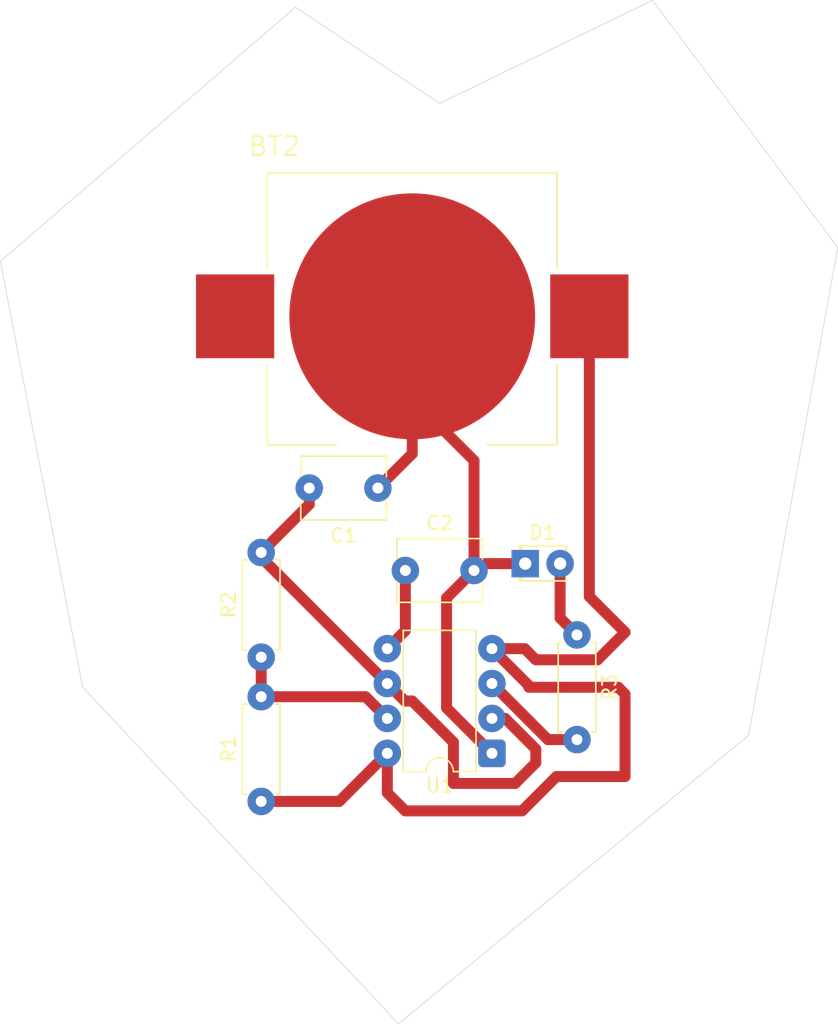
<source format=kicad_pcb>
(kicad_pcb (version 20241229) (generator "pcbnew") (generator_version "9.0")
  (layers (0 "F.Cu" signal) (2 "B.Cu" signal) (13 "F.Paste" user) (15 "B.Paste" user) (5 "F.SilkS" user "F.Silkscreen") (7 "B.SilkS" user "B.Silkscreen") (1 "F.Mask" user) (3 "B.Mask" user) (25 "Edge.Cuts" user))
  (net 0 "")
  (net 1 "GND")
  (net 2 "+3V0")
  (net 3 "Net-(U1-THR)")
  (net 4 "Net-(U1-CV)")
  (net 5 "Net-(D1-A)")
  (net 6 "Net-(U1-DIS)")
  (net 7 "Net-(U1-Q)")
  (footprint "Capacitor_THT:C_Disc_D6.0mm_W4.4mm_P5.00mm" (layer "F.Cu") (at 128.999999 91.499999)
    (property "Reference" "C2" (at 2.5 -3.449999 0) (layer "F.SilkS"))
    (property "Value" "10n")
    (fp_line (start -0.619999 -2.319999) (end 5.62 -2.32) (stroke (width 0.12)) (layer "F.SilkS"))
    (fp_line (start -0.619999 -0.835) (end -0.619999 -2.319999) (stroke (width 0.12)) (layer "F.SilkS"))
    (fp_line (start -0.619999 2.32) (end -0.619999 0.835001) (stroke (width 0.12)) (layer "F.SilkS"))
    (fp_line (start 5.62 -2.32) (end 5.62 -0.835) (stroke (width 0.12)) (layer "F.SilkS"))
    (fp_line (start 5.62 0.835) (end 5.62 2.32) (stroke (width 0.12)) (layer "F.SilkS"))
    (fp_line (start 5.62 2.32) (end -0.619999 2.32) (stroke (width 0.12)) (layer "F.SilkS"))
    (pad "1" thru_hole circle (at 0 0) (size 2 2) (drill 0.8) (layers "*.Cu" "*.Mask") (net 4 "Net-(U1-CV)"))
    (pad "2" thru_hole circle (at 5 0) (size 2 2) (drill 0.8) (layers "*.Cu" "*.Mask") (net 1 "GND"))
  )
  (footprint "Resistor_THT:R_Axial_DIN0207_L6.3mm_D2.5mm_P7.62mm_Horizontal" (layer "F.Cu") (at 118.5 108.309998 90)
    (property "Reference" "R1" (at 3.81 -2.37 90) (layer "F.SilkS"))
    (property "Value" "R")
    (fp_line (start 0.539997 -1.370001) (end 7.080001 -1.369998) (stroke (width 0.12)) (layer "F.SilkS"))
    (fp_line (start 7.080001 -1.369998) (end 7.08 -1.039998) (stroke (width 0.12)) (layer "F.SilkS"))
    (fp_line (start 0.539998 -1.04) (end 0.539997 -1.370001) (stroke (width 0.12)) (layer "F.SilkS"))
    (fp_line (start 0.539999 1.040001) (end 0.540001 1.369998) (stroke (width 0.12)) (layer "F.SilkS"))
    (fp_line (start 0.540001 1.369998) (end 7.080001 1.370001) (stroke (width 0.12)) (layer "F.SilkS"))
    (fp_line (start 7.080001 1.370001) (end 7.080001 1.040002) (stroke (width 0.12)) (layer "F.SilkS"))
    (pad "1" thru_hole circle (at 0 0 90) (size 2 2) (drill 0.8) (layers "*.Cu" "*.Mask") (net 2 "+3V0"))
    (pad "2" thru_hole circle (at 7.62 0 90) (size 2 2) (drill 0.8) (layers "*.Cu" "*.Mask") (net 6 "Net-(U1-DIS)"))
  )
  (footprint "Resistor_THT:R_Axial_DIN0207_L6.3mm_D2.5mm_P7.62mm_Horizontal" (layer "F.Cu") (at 118.499999 97.809999 90)
    (property "Reference" "R2" (at 3.81 -2.37 90) (layer "F.SilkS"))
    (property "Value" "R")
    (fp_line (start 0.539997 -1.370001) (end 7.080001 -1.369998) (stroke (width 0.12)) (layer "F.SilkS"))
    (fp_line (start 7.080001 -1.369998) (end 7.08 -1.039998) (stroke (width 0.12)) (layer "F.SilkS"))
    (fp_line (start 0.539998 -1.04) (end 0.539997 -1.370001) (stroke (width 0.12)) (layer "F.SilkS"))
    (fp_line (start 0.539999 1.040001) (end 0.540001 1.369998) (stroke (width 0.12)) (layer "F.SilkS"))
    (fp_line (start 0.540001 1.369998) (end 7.080001 1.370001) (stroke (width 0.12)) (layer "F.SilkS"))
    (fp_line (start 7.080001 1.370001) (end 7.080001 1.040002) (stroke (width 0.12)) (layer "F.SilkS"))
    (pad "1" thru_hole circle (at 0 0 90) (size 2 2) (drill 0.8) (layers "*.Cu" "*.Mask") (net 6 "Net-(U1-DIS)"))
    (pad "2" thru_hole circle (at 7.62 0 90) (size 2 2) (drill 0.8) (layers "*.Cu" "*.Mask") (net 3 "Net-(U1-THR)"))
  )
  (footprint "Capacitor_THT:C_Disc_D6.0mm_W4.4mm_P5.00mm" (layer "F.Cu") (at 127.000001 85.5 180)
    (property "Reference" "C1" (at 2.5 -3.449999 0) (layer "F.SilkS"))
    (property "Value" "C")
    (fp_line (start 5.62 2.319998) (end -0.619999 2.32) (stroke (width 0.12)) (layer "F.SilkS"))
    (fp_line (start 5.62 0.835) (end 5.62 2.319998) (stroke (width 0.12)) (layer "F.SilkS"))
    (fp_line (start 5.62 -2.319998) (end 5.62 -0.835) (stroke (width 0.12)) (layer "F.SilkS"))
    (fp_line (start -0.619999 2.32) (end -0.620001 0.835002) (stroke (width 0.12)) (layer "F.SilkS"))
    (fp_line (start -0.619999 -0.835) (end -0.620001 -2.319998) (stroke (width 0.12)) (layer "F.SilkS"))
    (fp_line (start -0.620001 -2.319998) (end 5.62 -2.319998) (stroke (width 0.12)) (layer "F.SilkS"))
    (pad "1" thru_hole circle (at 0 0 180) (size 2 2) (drill 0.8) (layers "*.Cu" "*.Mask") (net 1 "GND"))
    (pad "2" thru_hole circle (at 5 0 180) (size 2 2) (drill 0.8) (layers "*.Cu" "*.Mask") (net 3 "Net-(U1-THR)"))
  )
  (footprint "LED_THT:LED_D1.8mm_W3.3mm_H2.4mm" (layer "F.Cu") (at 137.73 91.000001)
    (property "Reference" "D1" (at 1.270003 -2.259998 0) (layer "F.SilkS"))
    (property "Value" "LED")
    (fp_line (start -0.44 -1.26) (end 2.98 -1.26) (stroke (width 0.12)) (layer "F.SilkS"))
    (fp_line (start -0.44 -1.08) (end -0.44 -1.26) (stroke (width 0.12)) (layer "F.SilkS"))
    (fp_line (start -0.44 1.26) (end -0.439999 1.079998) (stroke (width 0.12)) (layer "F.SilkS"))
    (fp_line (start -0.320002 1.08) (end -0.320001 1.259998) (stroke (width 0.12)) (layer "F.SilkS"))
    (fp_line (start -0.320001 -1.260002) (end -0.320001 -1.08) (stroke (width 0.12)) (layer "F.SilkS"))
    (fp_line (start -0.2 -1.26) (end -0.2 -1.080003) (stroke (width 0.12)) (layer "F.SilkS"))
    (fp_line (start -0.199999 1.079999) (end -0.2 1.26) (stroke (width 0.12)) (layer "F.SilkS"))
    (fp_line (start 2.979997 0.986002) (end 2.98 1.26) (stroke (width 0.12)) (layer "F.SilkS"))
    (fp_line (start 2.98 -1.26) (end 2.980001 -0.986) (stroke (width 0.12)) (layer "F.SilkS"))
    (fp_line (start 2.98 1.26) (end -0.44 1.26) (stroke (width 0.12)) (layer "F.SilkS"))
    (pad "1" thru_hole rect (at 0 0) (size 2 2) (drill 0.9) (layers "*.Cu" "*.Mask") (net 1 "GND"))
    (pad "2" thru_hole circle (at 2.540004 -0.000002) (size 2 2) (drill 0.9) (layers "*.Cu" "*.Mask") (net 5 "Net-(D1-A)"))
  )
  (footprint "Resistor_THT:R_Axial_DIN0207_L6.3mm_D2.5mm_P7.62mm_Horizontal" (layer "F.Cu") (at 141.499999 96.19 -90)
    (property "Reference" "R3" (at 3.81 -2.37 90) (layer "F.SilkS"))
    (property "Value" "R")
    (fp_line (start 0.540001 1.369999) (end 7.08 1.369999) (stroke (width 0.12)) (layer "F.SilkS"))
    (fp_line (start 7.08 1.369999) (end 7.080001 1.040001) (stroke (width 0.12)) (layer "F.SilkS"))
    (fp_line (start 0.539999 1.039999) (end 0.540001 1.369999) (stroke (width 0.12)) (layer "F.SilkS"))
    (fp_line (start 0.54 -1.040001) (end 0.540001 -1.369999) (stroke (width 0.12)) (layer "F.SilkS"))
    (fp_line (start 0.540001 -1.369999) (end 7.08 -1.369999) (stroke (width 0.12)) (layer "F.SilkS"))
    (fp_line (start 7.08 -1.369999) (end 7.08 -1.039999) (stroke (width 0.12)) (layer "F.SilkS"))
    (pad "1" thru_hole circle (at 0 0 270) (size 2 2) (drill 0.8) (layers "*.Cu" "*.Mask") (net 5 "Net-(D1-A)"))
    (pad "2" thru_hole circle (at 7.62 0 270) (size 2 2) (drill 0.8) (layers "*.Cu" "*.Mask") (net 7 "Net-(U1-Q)"))
  )
  (footprint "Package_DIP:DIP-8_W7.62mm" (layer "F.Cu") (at 135.305 104.809998 180)
    (property "Reference" "U1" (at 3.809998 -2.330001 0) (layer "F.SilkS"))
    (property "Value" "TLC555xP")
    (fp_line (start 6.46 8.95) (end 6.46 -1.330001) (stroke (width 0.12)) (layer "F.SilkS"))
    (fp_line (start 6.46 -1.330001) (end 4.810002 -1.329999) (stroke (width 0.12)) (layer "F.SilkS"))
    (fp_line (start 2.81 -1.330002) (end 1.159997 -1.33) (stroke (width 0.12)) (layer "F.SilkS"))
    (fp_line (start 1.159999 8.949998) (end 6.46 8.95) (stroke (width 0.12)) (layer "F.SilkS"))
    (fp_line (start 1.159997 -1.33) (end 1.159999 8.949998) (stroke (width 0.12)) (layer "F.SilkS"))
    (fp_arc (start 4.810002 -1.329999) (mid 3.81 -0.33) (end 2.81 -1.330002) (stroke (width 0.12)) (layer "F.SilkS"))
    (pad "1" thru_hole roundrect (at 0 0 180) (size 2 2) (drill 0.8) (layers "*.Cu" "*.Mask") (roundrect_rratio 0.15625) (net 1 "GND"))
    (pad "2" thru_hole circle (at 0.000001 2.540003 180) (size 2 2) (drill 0.8) (layers "*.Cu" "*.Mask") (net 3 "Net-(U1-THR)"))
    (pad "3" thru_hole circle (at 0 5.08 180) (size 2 2) (drill 0.8) (layers "*.Cu" "*.Mask") (net 7 "Net-(U1-Q)"))
    (pad "4" thru_hole circle (at 0 7.62 180) (size 2 2) (drill 0.8) (layers "*.Cu" "*.Mask") (net 2 "+3V0"))
    (pad "5" thru_hole circle (at 7.62 7.62 180) (size 2 2) (drill 0.8) (layers "*.Cu" "*.Mask") (net 4 "Net-(U1-CV)"))
    (pad "6" thru_hole circle (at 7.620001 5.079998 180) (size 2 2) (drill 0.8) (layers "*.Cu" "*.Mask") (net 3 "Net-(U1-THR)"))
    (pad "7" thru_hole circle (at 7.62 2.54 180) (size 2 2) (drill 0.8) (layers "*.Cu" "*.Mask") (net 6 "Net-(U1-DIS)"))
    (pad "8" thru_hole circle (at 7.62 0 180) (size 2 2) (drill 0.8) (layers "*.Cu" "*.Mask") (net 2 "+3V0"))
  )
  (footprint "BAT-HLD-003-SMT:BAT_BAT-HLD-003-SMT" (layer "F.Cu") (at 129.5 73)
    (property "Reference" "BT2" (at -10.055 -12.389 0) (layer "F.SilkS") (effects (font (size 1.4 1.4))))
    (property "Value" "BAT-HLD-003-SMT")
    (fp_line (start -10.55 -10.45) (end 10.55 -10.45) (stroke (width 0.127)) (layer "F.SilkS"))
    (fp_line (start -10.55 -3.5) (end -10.55 -10.45) (stroke (width 0.127)) (layer "F.SilkS"))
    (fp_line (start -10.55 3.5) (end -10.55 9.35) (stroke (width 0.127)) (layer "F.SilkS"))
    (fp_line (start -10.55 9.35) (end -5.5 9.35) (stroke (width 0.127)) (layer "F.SilkS"))
    (fp_line (start 5.5 9.35) (end 10.55 9.35) (stroke (width 0.127)) (layer "F.SilkS"))
    (fp_line (start 10.55 -10.45) (end 10.55 -3.5) (stroke (width 0.127)) (layer "F.SilkS"))
    (fp_line (start 10.55 9.35) (end 10.55 3.5) (stroke (width 0.127)) (layer "F.SilkS"))
    (pad "N" smd circle (at 0 0) (size 17.9 17.9) (layers "F.Cu" "F.Mask") (net 1 "GND"))
    (pad "P1" smd rect (at -12.9 0) (size 5.7 6.1) (layers "F.Cu" "F.Mask" "F.Paste") (net 2 "+3V0"))
    (pad "P2" smd rect (at 12.9 0) (size 5.7 6.1) (layers "F.Cu" "F.Mask" "F.Paste") (net 2 "+3V0"))
  )
  (gr_poly (pts (xy 99.5 69) (xy 121 50.5) (xy 131.5 57.5) (xy 147 50) (xy 160.5 68) (xy 154 103.5) (xy 128.5 124.5) (xy 105.5 100)) (stroke (width 0.05)) (fill no) (layer "Edge.Cuts"))
  (segment (start 134.499998 91) (end 134 91.499998) (width 0.8) (layer "F.Cu") (net 1))
  (segment (start 129.5 79) (end 133 82.5) (width 0.8) (layer "F.Cu") (net 1))
  (segment (start 137.73 91.000001) (end 134.499998 91) (width 0.8) (layer "F.Cu") (net 1))
  (segment (start 132 101.504998) (end 132 93.499997) (width 0.8) (layer "F.Cu") (net 1))
  (segment (start 133.999999 83.500001) (end 134 91.499998) (width 0.8) (layer "F.Cu") (net 1))
  (segment (start 129.5 67) (end 129.5 79) (width 0.8) (layer "F.Cu") (net 1))
  (segment (start 133 82.5) (end 133.999999 83.500001) (width 0.8) (layer "F.Cu") (net 1))
  (segment (start 129.5 83.000001) (end 129.5 73) (width 0.8) (layer "F.Cu") (net 1))
  (segment (start 135.305 104.809998) (end 132 101.504998) (width 0.8) (layer "F.Cu") (net 1))
  (segment (start 127.000001 85.5) (end 129.5 83.000001) (width 0.8) (layer "F.Cu") (net 1))
  (segment (start 132 93.499997) (end 134 91.499998) (width 0.8) (layer "F.Cu") (net 1))
  (segment (start 145 106.5) (end 140 106.5) (width 0.8) (layer "F.Cu") (net 2))
  (segment (start 137.5 109) (end 129 109) (width 0.8) (layer "F.Cu") (net 2))
  (segment (start 144.5 100) (end 145 100.5) (width 0.8) (layer "F.Cu") (net 2))
  (segment (start 142.4 73) (end 142.4 93.4) (width 0.8) (layer "F.Cu") (net 2))
  (segment (start 140 106.5) (end 137.5 109) (width 0.8) (layer "F.Cu") (net 2))
  (segment (start 138 99.884998) (end 138 100) (width 0.8) (layer "F.Cu") (net 2))
  (segment (start 145 100.5) (end 145 106.5) (width 0.8) (layer "F.Cu") (net 2))
  (segment (start 135.305 97.189998) (end 138 99.884998) (width 0.8) (layer "F.Cu") (net 2))
  (segment (start 142.4 93.4) (end 145 96) (width 0.8) (layer "F.Cu") (net 2))
  (segment (start 138 100) (end 144.5 100) (width 0.8) (layer "F.Cu") (net 2))
  (segment (start 129 109) (end 127.685 107.685) (width 0.8) (layer "F.Cu") (net 2))
  (segment (start 127.684999 104.809998) (end 124.185002 108.309999) (width 0.8) (layer "F.Cu") (net 2))
  (segment (start 145 96) (end 143 98) (width 0.8) (layer "F.Cu") (net 2))
  (segment (start 127.685 107.685) (end 127.685 104.809998) (width 0.8) (layer "F.Cu") (net 2))
  (segment (start 124.185002 108.309999) (end 118.5 108.309998) (width 0.8) (layer "F.Cu") (net 2))
  (segment (start 137.689998 97.189998) (end 135.305 97.189998) (width 0.8) (layer "F.Cu") (net 2))
  (segment (start 138.5 98) (end 137.689998 97.189998) (width 0.8) (layer "F.Cu") (net 2))
  (segment (start 143 98) (end 138.5 98) (width 0.8) (layer "F.Cu") (net 2))
  (segment (start 128.955 101.000001) (end 127.685 99.730002) (width 0.8) (layer "F.Cu") (net 3))
  (segment (start 138.5 105.5) (end 136.999998 106.999999) (width 0.8) (layer "F.Cu") (net 3))
  (segment (start 118.500001 90.544999) (end 127.685 99.730002) (width 0.8) (layer "F.Cu") (net 3))
  (segment (start 122.000001 86.689997) (end 118.499999 90.189999) (width 0.8) (layer "F.Cu") (net 3))
  (segment (start 136.999998 106.999999) (end 132.500001 107) (width 0.8) (layer "F.Cu") (net 3))
  (segment (start 132.500001 107) (end 132.499999 104.000001) (width 0.8) (layer "F.Cu") (net 3))
  (segment (start 135.304998 102.305001) (end 135.500001 102.5) (width 0.8) (layer "F.Cu") (net 3))
  (segment (start 136.27 102.27) (end 138.5 104.499999) (width 0.8) (layer "F.Cu") (net 3))
  (segment (start 129.499999 101) (end 128.955 101.000001) (width 0.8) (layer "F.Cu") (net 3))
  (segment (start 138.5 104.499999) (end 138.5 105.5) (width 0.8) (layer "F.Cu") (net 3))
  (segment (start 118.499998 90.189999) (end 118.500001 90.544999) (width 0.8) (layer "F.Cu") (net 3))
  (segment (start 135.305001 102.27) (end 136.27 102.27) (width 0.8) (layer "F.Cu") (net 3))
  (segment (start 132.499999 104.000001) (end 129.499999 101) (width 0.8) (layer "F.Cu") (net 3))
  (segment (start 135.305001 102.27) (end 135.304998 102.305001) (width 0.8) (layer "F.Cu") (net 3))
  (segment (start 122.000001 85.5) (end 122.000001 86.689997) (width 0.8) (layer "F.Cu") (net 3))
  (segment (start 128.999999 91.499999) (end 128.999999 95.875001) (width 0.8) (layer "F.Cu") (net 4))
  (segment (start 128.999999 95.875001) (end 127.685 97.189999) (width 0.8) (layer "F.Cu") (net 4))
  (segment (start 140.270004 91.000002) (end 140.270003 94.960004) (width 0.8) (layer "F.Cu") (net 5))
  (segment (start 140.270003 94.960004) (end 141.499999 96.19) (width 0.8) (layer "F.Cu") (net 5))
  (segment (start 126.104998 100.689997) (end 127.685 102.269999) (width 0.8) (layer "F.Cu") (net 6))
  (segment (start 118.499997 100.69) (end 126.104998 100.689997) (width 0.8) (layer "F.Cu") (net 6))
  (segment (start 118.499999 97.809999) (end 118.499997 100.69) (width 0.8) (layer "F.Cu") (net 6))
  (segment (start 141.499999 103.810001) (end 139.385001 103.81) (width 0.8) (layer "F.Cu") (net 7))
  (segment (start 139.385001 103.81) (end 135.304999 99.73) (width 0.8) (layer "F.Cu") (net 7))
)
</source>
